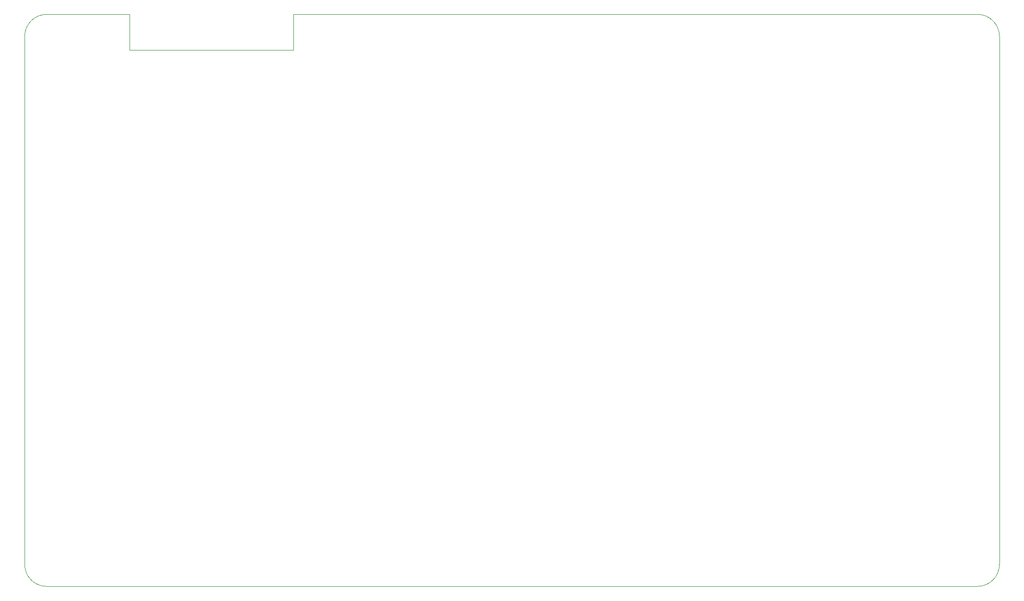
<source format=gbr>
%TF.GenerationSoftware,KiCad,Pcbnew,8.0.1-8.0.1-1~ubuntu22.04.1*%
%TF.CreationDate,2024-04-27T07:34:54-05:00*%
%TF.ProjectId,Universal Control Box,556e6976-6572-4736-916c-20436f6e7472,rev?*%
%TF.SameCoordinates,Original*%
%TF.FileFunction,Profile,NP*%
%FSLAX46Y46*%
G04 Gerber Fmt 4.6, Leading zero omitted, Abs format (unit mm)*
G04 Created by KiCad (PCBNEW 8.0.1-8.0.1-1~ubuntu22.04.1) date 2024-04-27 07:34:54*
%MOMM*%
%LPD*%
G01*
G04 APERTURE LIST*
%TA.AperFunction,Profile*%
%ADD10C,0.100000*%
%TD*%
G04 APERTURE END LIST*
D10*
X129100000Y-33100000D02*
X129100000Y-26900000D01*
X82700000Y-30700000D02*
G75*
G02*
X86500000Y-26900000I3800000J0D01*
G01*
X86500000Y-125700000D02*
X247100000Y-125700000D01*
X129100000Y-26900000D02*
X247100000Y-26900000D01*
X82700000Y-30700000D02*
X82700000Y-121900000D01*
X86500000Y-26900000D02*
X100800000Y-26900000D01*
X247100000Y-26900000D02*
G75*
G02*
X250900000Y-30700000I0J-3800000D01*
G01*
X100800000Y-33100000D02*
X129100000Y-33100000D01*
X250900000Y-121900000D02*
G75*
G02*
X247100000Y-125700000I-3800000J0D01*
G01*
X250900000Y-121900000D02*
X250900000Y-30700000D01*
X86500000Y-125700000D02*
G75*
G02*
X82700000Y-121900000I0J3800000D01*
G01*
X100800000Y-26900000D02*
X100800000Y-33100000D01*
M02*

</source>
